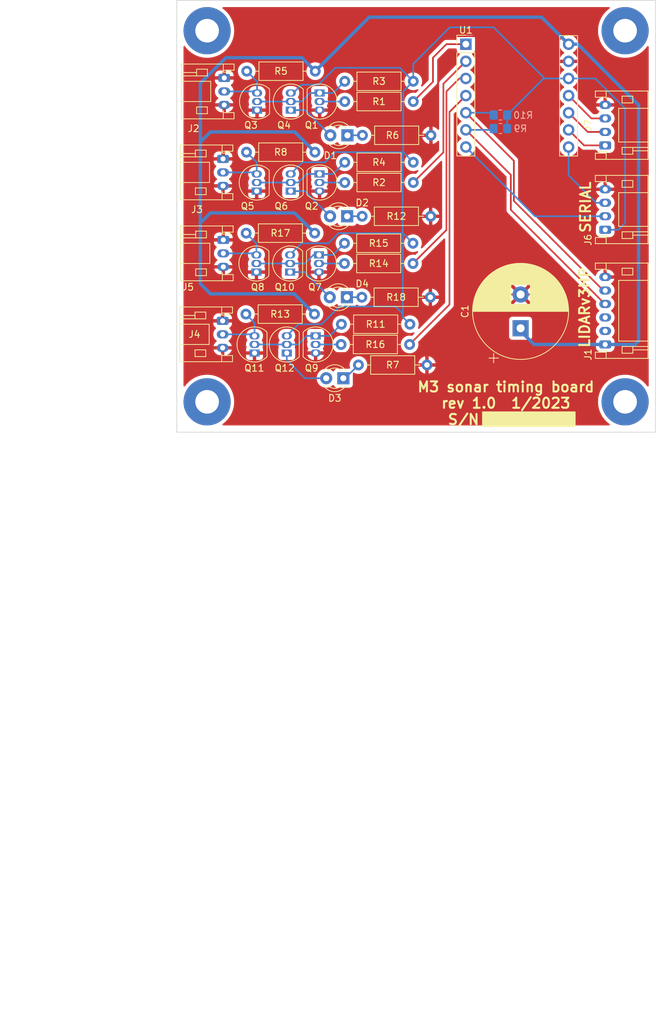
<source format=kicad_pcb>
(kicad_pcb (version 20211014) (generator pcbnew)

  (general
    (thickness 1.6)
  )

  (paper "A4")
  (layers
    (0 "F.Cu" signal)
    (31 "B.Cu" signal)
    (32 "B.Adhes" user "B.Adhesive")
    (33 "F.Adhes" user "F.Adhesive")
    (34 "B.Paste" user)
    (35 "F.Paste" user)
    (36 "B.SilkS" user "B.Silkscreen")
    (37 "F.SilkS" user "F.Silkscreen")
    (38 "B.Mask" user)
    (39 "F.Mask" user)
    (40 "Dwgs.User" user "User.Drawings")
    (41 "Cmts.User" user "User.Comments")
    (42 "Eco1.User" user "User.Eco1")
    (43 "Eco2.User" user "User.Eco2")
    (44 "Edge.Cuts" user)
    (45 "Margin" user)
    (46 "B.CrtYd" user "B.Courtyard")
    (47 "F.CrtYd" user "F.Courtyard")
    (48 "B.Fab" user)
    (49 "F.Fab" user)
    (50 "User.1" user)
    (51 "User.2" user)
    (52 "User.3" user)
    (53 "User.4" user)
    (54 "User.5" user)
    (55 "User.6" user)
    (56 "User.7" user)
    (57 "User.8" user)
    (58 "User.9" user)
  )

  (setup
    (stackup
      (layer "F.SilkS" (type "Top Silk Screen"))
      (layer "F.Paste" (type "Top Solder Paste"))
      (layer "F.Mask" (type "Top Solder Mask") (thickness 0.01))
      (layer "F.Cu" (type "copper") (thickness 0.035))
      (layer "dielectric 1" (type "core") (thickness 1.51) (material "FR4") (epsilon_r 4.5) (loss_tangent 0.02))
      (layer "B.Cu" (type "copper") (thickness 0.035))
      (layer "B.Mask" (type "Bottom Solder Mask") (thickness 0.01))
      (layer "B.Paste" (type "Bottom Solder Paste"))
      (layer "B.SilkS" (type "Bottom Silk Screen"))
      (copper_finish "None")
      (dielectric_constraints no)
    )
    (pad_to_mask_clearance 0)
    (pcbplotparams
      (layerselection 0x00010fc_ffffffff)
      (disableapertmacros false)
      (usegerberextensions false)
      (usegerberattributes true)
      (usegerberadvancedattributes true)
      (creategerberjobfile true)
      (svguseinch false)
      (svgprecision 6)
      (excludeedgelayer true)
      (plotframeref false)
      (viasonmask false)
      (mode 1)
      (useauxorigin false)
      (hpglpennumber 1)
      (hpglpenspeed 20)
      (hpglpendiameter 15.000000)
      (dxfpolygonmode true)
      (dxfimperialunits true)
      (dxfusepcbnewfont true)
      (psnegative false)
      (psa4output false)
      (plotreference true)
      (plotvalue true)
      (plotinvisibletext false)
      (sketchpadsonfab false)
      (subtractmaskfromsilk false)
      (outputformat 1)
      (mirror false)
      (drillshape 1)
      (scaleselection 1)
      (outputdirectory "")
    )
  )

  (net 0 "")
  (net 1 "+5V")
  (net 2 "GND")
  (net 3 "unconnected-(J1-Pad2)")
  (net 4 "unconnected-(J1-Pad3)")
  (net 5 "Net-(J1-Pad4)")
  (net 6 "Net-(J1-Pad5)")
  (net 7 "Net-(J2-Pad2)")
  (net 8 "Net-(J3-Pad2)")
  (net 9 "Net-(J4-Pad2)")
  (net 10 "Net-(J5-Pad2)")
  (net 11 "+3V3")
  (net 12 "Net-(J6-Pad2)")
  (net 13 "Net-(J6-Pad3)")
  (net 14 "Net-(D1-Pad1)")
  (net 15 "Net-(D1-Pad2)")
  (net 16 "Net-(D2-Pad1)")
  (net 17 "Net-(D2-Pad2)")
  (net 18 "Net-(D3-Pad1)")
  (net 19 "Net-(D3-Pad2)")
  (net 20 "Net-(D4-Pad1)")
  (net 21 "Net-(D4-Pad2)")
  (net 22 "Net-(J7-Pad1)")
  (net 23 "Net-(J7-Pad2)")
  (net 24 "Net-(J7-Pad3)")
  (net 25 "A1")
  (net 26 "A0")
  (net 27 "A3")
  (net 28 "A2")
  (net 29 "Net-(Q11-Pad2)")
  (net 30 "Net-(Q1-Pad1)")
  (net 31 "Net-(Q1-Pad2)")
  (net 32 "Net-(Q2-Pad1)")
  (net 33 "Net-(Q2-Pad2)")
  (net 34 "Net-(Q10-Pad2)")
  (net 35 "Net-(Q7-Pad2)")
  (net 36 "Net-(Q9-Pad2)")

  (footprint "Connector_JST:JST_PH_S3B-PH-K_1x03_P2.00mm_Horizontal" (layer "F.Cu") (at 89.54 87 -90))

  (footprint "Package_TO_SOT_THT:TO-92_Inline" (layer "F.Cu") (at 103.595 113.23 -90))

  (footprint "Resistor_THT:R_Axial_DIN0207_L6.3mm_D2.5mm_P10.16mm_Horizontal" (layer "F.Cu") (at 117.535 114.5 180))

  (footprint "Resistor_THT:R_Axial_DIN0207_L6.3mm_D2.5mm_P10.16mm_Horizontal" (layer "F.Cu") (at 117.58 99.5 180))

  (footprint "LED_THT:LED_D3.0mm" (layer "F.Cu") (at 107.73 119.5 180))

  (footprint "Connector_JST:JST_PH_S6B-PH-K_1x06_P2.00mm_Horizontal" (layer "F.Cu") (at 146.05 126.5 90))

  (footprint "MountingHole:MountingHole_3.5mm_Pad" (layer "F.Cu") (at 149 135))

  (footprint "Connector_JST:JST_PH_S4B-PH-K_1x04_P2.00mm_Horizontal" (layer "F.Cu") (at 146.05 97 90))

  (footprint "Resistor_THT:R_Axial_DIN0207_L6.3mm_D2.5mm_P10.16mm_Horizontal" (layer "F.Cu") (at 110 107.5))

  (footprint "Resistor_THT:R_Axial_DIN0207_L6.3mm_D2.5mm_P10.16mm_Horizontal" (layer "F.Cu") (at 117.58 87.5 180))

  (footprint "Resistor_THT:R_Axial_DIN0207_L6.3mm_D2.5mm_P10.16mm_Horizontal" (layer "F.Cu") (at 102.955 110 180))

  (footprint "Resistor_THT:R_Axial_DIN0207_L6.3mm_D2.5mm_P10.16mm_Horizontal" (layer "F.Cu") (at 103.04 86 180))

  (footprint "Capacitor_THT:CP_Radial_D14.0mm_P5.00mm" (layer "F.Cu") (at 133.5 124.095458 90))

  (footprint "timing_board_parts:qtpy_rp2040" (layer "F.Cu") (at 125.38 81.9975))

  (footprint "Resistor_THT:R_Axial_DIN0207_L6.3mm_D2.5mm_P10.16mm_Horizontal" (layer "F.Cu") (at 102.92 122 180))

  (footprint "Resistor_THT:R_Axial_DIN0207_L6.3mm_D2.5mm_P10.16mm_Horizontal" (layer "F.Cu") (at 117.535 111.5 180))

  (footprint "Package_TO_SOT_THT:TO-92_Inline" (layer "F.Cu") (at 103.095 125.23 -90))

  (footprint "Connector_JST:JST_PH_S3B-PH-K_1x03_P2.00mm_Horizontal" (layer "F.Cu") (at 89.36 99 -90))

  (footprint "Resistor_THT:R_Axial_DIN0207_L6.3mm_D2.5mm_P10.16mm_Horizontal" (layer "F.Cu") (at 117.58 102.5 180))

  (footprint "MountingHole:MountingHole_3.5mm_Pad" (layer "F.Cu") (at 87 135))

  (footprint "Connector_JST:JST_PH_S4B-PH-K_1x04_P2.00mm_Horizontal" (layer "F.Cu") (at 146.05 109.5 90))

  (footprint "MountingHole:MountingHole_3.5mm_Pad" (layer "F.Cu") (at 87 80))

  (footprint "Resistor_THT:R_Axial_DIN0207_L6.3mm_D2.5mm_P10.16mm_Horizontal" (layer "F.Cu") (at 109.955 119.5))

  (footprint "Package_TO_SOT_THT:TO-92_Inline" (layer "F.Cu") (at 99.315 115.77 90))

  (footprint "Resistor_THT:R_Axial_DIN0207_L6.3mm_D2.5mm_P10.16mm_Horizontal" (layer "F.Cu") (at 117.08 123.5 180))

  (footprint "LED_THT:LED_D3.0mm" (layer "F.Cu") (at 107.775 107.5 180))

  (footprint "Connector_JST:JST_PH_S3B-PH-K_1x03_P2.00mm_Horizontal" (layer "F.Cu") (at 89.405 111 -90))

  (footprint "Resistor_THT:R_Axial_DIN0207_L6.3mm_D2.5mm_P10.16mm_Horizontal" (layer "F.Cu") (at 117.58 90.5 180))

  (footprint "Package_TO_SOT_THT:TO-92_Inline" (layer "F.Cu") (at 99.41 91.77 90))

  (footprint "Package_TO_SOT_THT:TO-92_Inline" (layer "F.Cu") (at 94.315 115.77 90))

  (footprint "Resistor_THT:R_Axial_DIN0207_L6.3mm_D2.5mm_P10.16mm_Horizontal" (layer "F.Cu") (at 109.4486 129.54))

  (footprint "Resistor_THT:R_Axial_DIN0207_L6.3mm_D2.5mm_P10.16mm_Horizontal" (layer "F.Cu") (at 103 98 180))

  (footprint "Package_TO_SOT_THT:TO-92_Inline" (layer "F.Cu") (at 99.395 103.77 90))

  (footprint "MountingHole:MountingHole_3.5mm_Pad" (layer "F.Cu") (at 149 80))

  (footprint "Package_TO_SOT_THT:TO-92_Inline" (layer "F.Cu") (at 103.675 101.23 -90))

  (footprint "LED_THT:LED_D3.0mm" (layer "F.Cu") (at 107.205 131.5 180))

  (footprint "Connector_JST:JST_PH_S3B-PH-K_1x03_P2.00mm_Horizontal" (layer "F.Cu") (at 89.305 123 -90))

  (footprint "LED_THT:LED_D3.0mm" (layer "F.Cu") (at 107.815 95.5 180))

  (footprint "Resistor_THT:R_Axial_DIN0207_L6.3mm_D2.5mm_P10.16mm_Horizontal" (layer "F.Cu") (at 117.035 126.5 180))

  (footprint "Package_TO_SOT_THT:TO-92_Inline" (layer "F.Cu") (at 103.69 89.23 -90))

  (footprint "Resistor_THT:R_Axial_DIN0207_L6.3mm_D2.5mm_P10.16mm_Horizontal" (layer "F.Cu") (at 110.04 95.5))

  (footprint "Package_TO_SOT_THT:TO-92_Inline" (layer "F.Cu")
    (tedit 5A1DD157) (tstamp eaaa73e9-f02f-4318-ab47-3e94b08bb32d)
    (at 94.41 91.77 90)
    (descr "TO-92 leads in-line, narrow, oval pads, drill 0.75mm (see NXP sot054_po.pdf)")
    (tags "to-92 sc-43 sc-43a sot54 PA33 transistor")
    (property "Sheetfile" "level_shifters.kicad_sch")
    (property "Sheetname" "level_shifters")
    (path "/c7eff9ac-211a-4087-bfbb-c1c66057b7f8/59beb291-6b39-4578-9f37-b04cdf88950e")
    (attr through_hole)
    (fp_text reference "Q3" (at -2.23 -0.91 180) (layer "F.SilkS")
      (effects (font (size 1 1) (thickness 0.15)))
      (tstamp 0ef48950-bc50-49bb-9d0a-85ad44f863f1)
    )
    (fp_text value "2N7000" (at 1.27 2.79 90) (layer "F.Fab")
      (effects (font (size 1 1) (thickness 0.15)))
      (tstamp 91861b9a-161c-4a8d-959b-e414e9c53fe2)
    )
    (fp_text user "${REFERENCE}" (at 1.27 0 90) (layer "F.Fab")
      (effects (font (size 1 1) (thickness 0.15)))
      (tstamp 3e94dbb3-070d-480e-8272-29b9952ace8a)
    )
    (fp_line (start -0.53 1.85) (end 3.07 1.85) (layer "F.SilkS") (width 0.12) (tstamp 24fbe77e-edd4-4e03-852d-50457640da51))
    (fp_arc (start -0.568478 1.838478) (mid -1.132087 -0.994977) (end 1.27 -2.6) (layer "F.SilkS") (width 0.12) (tstamp 1aa8a6bc-ca3c-4f52-add2-09b89c995df7))
    (fp_arc (start 1.27 -2.6) (mid 3.672087 -0.994977) (end 3.108478 1.838478) (layer "F.SilkS") (width 0.12) (tstamp 3affa79b-eba3-416b-8e31-232b9676dafd))
    (fp_line (start 4 2.01) (end 4 -2.73) (layer "F.CrtYd") (width 0.05) (tstamp 086ae853-4ed0-4985-98ec-6395e02dfb33))
    (fp_line (start 4 2.01) (end -1.46 2.01) (layer "F.CrtYd") (width 0.05) (tstamp 3be8aa8e-748d-446c-9c33-4acbf816171b))
    (fp_line (start -1.46 -2.73) (end 4 -2.73) (layer "F.CrtYd") (width 0.05) (tstamp e4a901f2-08f5-4574-8655-67bcb4de4fa6))
    (fp_line (start -1.46 -2.73) (end -1.46 2.01) (layer "F.CrtYd") (wid
... [362085 chars truncated]
</source>
